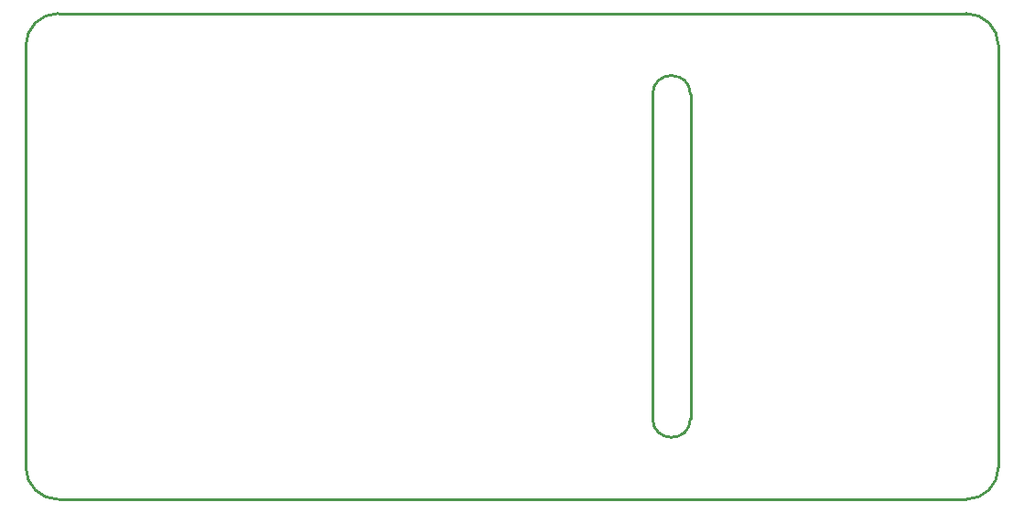
<source format=gm1>
%FSLAX25Y25*%
%MOIN*%
G70*
G01*
G75*
G04 Layer_Color=16711935*
%ADD10R,0.02165X0.03150*%
%ADD11R,0.07087X0.04921*%
%ADD12O,0.05315X0.01181*%
%ADD13R,0.06181X0.07402*%
%ADD14R,0.04921X0.07087*%
%ADD15R,0.06496X0.04724*%
%ADD16R,0.02756X0.03150*%
%ADD17R,0.07874X0.07874*%
%ADD18R,0.07874X0.07874*%
%ADD19R,0.06378X0.08583*%
%ADD20O,0.06890X0.03347*%
%ADD21O,0.05709X0.02362*%
%ADD22R,0.09252X0.06299*%
%ADD23C,0.02000*%
%ADD24C,0.01000*%
%ADD25C,0.03000*%
%ADD26C,0.04000*%
%ADD27C,0.05000*%
%ADD28C,0.05906*%
%ADD29R,0.05906X0.05906*%
%ADD30C,0.23622*%
%ADD31O,0.09843X0.05906*%
%ADD32O,0.05906X0.09843*%
%ADD33C,0.06299*%
%ADD34O,0.11811X0.06890*%
%ADD35O,0.29528X0.17716*%
%ADD36C,0.04000*%
%ADD37C,0.02362*%
%ADD38C,0.04724*%
%ADD39C,0.00984*%
%ADD40C,0.00394*%
%ADD41C,0.01969*%
%ADD42C,0.02362*%
%ADD43C,0.00787*%
%ADD44R,0.02965X0.03950*%
%ADD45R,0.07887X0.05721*%
%ADD46O,0.06115X0.01981*%
%ADD47R,0.06981X0.08202*%
%ADD48R,0.05721X0.07887*%
%ADD49R,0.07296X0.05524*%
%ADD50R,0.03556X0.03950*%
%ADD51R,0.08674X0.08674*%
%ADD52R,0.08674X0.08674*%
%ADD53R,0.07178X0.09383*%
%ADD54O,0.07690X0.04147*%
%ADD55O,0.06509X0.03162*%
%ADD56R,0.10052X0.07099*%
%ADD57C,0.06706*%
%ADD58R,0.06706X0.06706*%
%ADD59C,0.24422*%
%ADD60O,0.10642X0.06706*%
%ADD61O,0.06706X0.10642*%
%ADD62C,0.07099*%
%ADD63O,0.12611X0.07690*%
%ADD64O,0.30328X0.18517*%
%ADD65C,0.04800*%
%ADD66C,0.03162*%
%ADD67C,0.05524*%
D39*
X242126Y147638D02*
G03*
X228346Y147638I-6890J0D01*
G01*
Y29528D02*
G03*
X242126Y29528I6890J0D01*
G01*
X342520Y0D02*
G03*
X354331Y11811I0J11811D01*
G01*
Y165354D02*
G03*
X342520Y177165I-11811J0D01*
G01*
X-0Y11811D02*
G03*
X11811Y0I11811J0D01*
G01*
Y177165D02*
G03*
X-0Y165354I0J-11811D01*
G01*
X242126Y29528D02*
Y147638D01*
X228346Y29528D02*
Y147638D01*
X354331Y11811D02*
Y165354D01*
X11811Y0D02*
X342520D01*
X11811Y177165D02*
X342520D01*
X-0Y11811D02*
Y165354D01*
M02*

</source>
